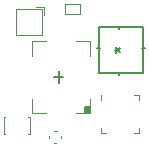
<source format=gbr>
%TF.GenerationSoftware,KiCad,Pcbnew,(5.1.6)-1*%
%TF.CreationDate,2021-06-02T19:48:48-07:00*%
%TF.ProjectId,Miniscope-v4-Wire-Free,4d696e69-7363-46f7-9065-2d76342d5769,rev?*%
%TF.SameCoordinates,Original*%
%TF.FileFunction,Legend,Bot*%
%TF.FilePolarity,Positive*%
%FSLAX46Y46*%
G04 Gerber Fmt 4.6, Leading zero omitted, Abs format (unit mm)*
G04 Created by KiCad (PCBNEW (5.1.6)-1) date 2021-06-02 19:48:48*
%MOMM*%
%LPD*%
G01*
G04 APERTURE LIST*
%ADD10C,0.100000*%
%ADD11C,0.120000*%
%ADD12C,0.150000*%
%ADD13C,0.152400*%
G04 APERTURE END LIST*
D10*
%TO.C,U9*%
X81648400Y-67885600D02*
X81538400Y-67885600D01*
X81648400Y-69285600D02*
X81648400Y-67885600D01*
X81538400Y-69285600D02*
X81648400Y-69285600D01*
X79488400Y-67885600D02*
X79598400Y-67885600D01*
X79488400Y-69285600D02*
X79488400Y-67885600D01*
X79598400Y-69285600D02*
X79488400Y-69285600D01*
D11*
%TO.C,U8*%
X85531000Y-67559600D02*
X86766000Y-67559600D01*
X86766000Y-67559600D02*
X86766000Y-66324600D01*
X83061000Y-67559600D02*
X81826000Y-67559600D01*
X81826000Y-67559600D02*
X81826000Y-66324600D01*
X83061000Y-61419600D02*
X81826000Y-61419600D01*
X81826000Y-61419600D02*
X81826000Y-62654600D01*
X85531000Y-61419600D02*
X86766000Y-61419600D01*
X86766000Y-61419600D02*
X86766000Y-62654600D01*
D12*
X84121000Y-64989600D02*
X84121000Y-63989600D01*
X83696000Y-64489600D02*
X84496000Y-64489600D01*
G36*
X86746000Y-67539600D02*
G01*
X86746000Y-66989600D01*
X86296000Y-66989600D01*
X86296000Y-67539600D01*
X86746000Y-67539600D01*
G37*
X86746000Y-67539600D02*
X86746000Y-66989600D01*
X86296000Y-66989600D01*
X86296000Y-67539600D01*
X86746000Y-67539600D01*
D10*
%TO.C,U7*%
X83669600Y-69050800D02*
X83969600Y-69050800D01*
X84319600Y-69450800D02*
X84319600Y-69650800D01*
X83919600Y-70050800D02*
X83719600Y-70050800D01*
X83319600Y-69650800D02*
X83319600Y-69450800D01*
D11*
%TO.C,U1*%
X87670600Y-66461100D02*
X87670600Y-66011100D01*
X90890600Y-69231100D02*
X90440600Y-69231100D01*
X90890600Y-68781100D02*
X90890600Y-69231100D01*
X90890600Y-66011100D02*
X90440600Y-66011100D01*
X90890600Y-66461100D02*
X90890600Y-66011100D01*
X87670600Y-69231100D02*
X88120600Y-69231100D01*
X87670600Y-68781100D02*
X87670600Y-69231100D01*
D13*
%TO.C,U6*%
X91274500Y-64141300D02*
X87489900Y-64141300D01*
X91274500Y-60255100D02*
X91274500Y-64141300D01*
X87489900Y-60255100D02*
X91274500Y-60255100D01*
X87489900Y-64141300D02*
X87489900Y-60255100D01*
X87611360Y-61998302D02*
X87362900Y-61998302D01*
X91153040Y-61998302D02*
X91401500Y-61998302D01*
X89182302Y-60382100D02*
X89182302Y-60128100D01*
X89182302Y-64014300D02*
X89182302Y-64268300D01*
D11*
%TO.C,U4*%
X82159000Y-58523300D02*
X82859000Y-58523300D01*
X82859000Y-58523300D02*
X82859000Y-59223300D01*
X80459000Y-58723300D02*
X80459000Y-60923300D01*
X80459000Y-60923300D02*
X82659000Y-60923300D01*
X82659000Y-60923300D02*
X82659000Y-58723300D01*
X82659000Y-58723300D02*
X80459000Y-58723300D01*
%TO.C,Q2*%
X84640600Y-59141000D02*
X85940600Y-59141000D01*
X84640600Y-58261000D02*
X84640600Y-59141000D01*
X85940600Y-58261000D02*
X84640600Y-58261000D01*
X85940600Y-59141000D02*
X85940600Y-58261000D01*
%TO.C,U6*%
D12*
X88834580Y-62198200D02*
X89072676Y-62198200D01*
X88977438Y-61960104D02*
X89072676Y-62198200D01*
X88977438Y-62436295D01*
X89263152Y-62055342D02*
X89072676Y-62198200D01*
X89263152Y-62341057D01*
%TD*%
M02*

</source>
